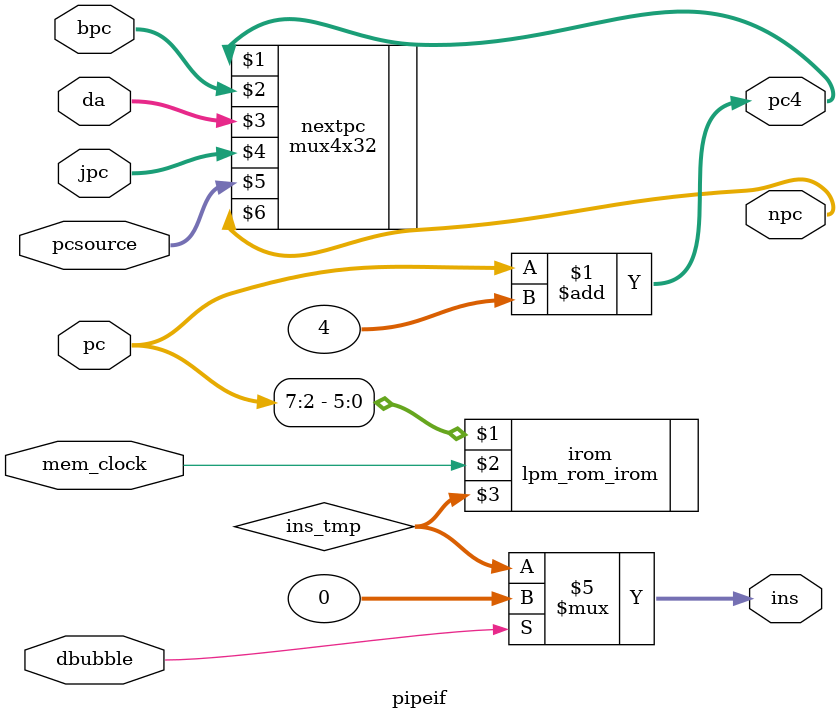
<source format=v>
module pipeif(pcsource,pc,bpc,da,jpc,npc,pc4,ins,mem_clock, dbubble);

	input [1:0] pcsource;
	input mem_clock, dbubble;
	input [31:0] pc, bpc, da, jpc; 
	wire [31:0] ins_tmp;
	
	output [31:0] npc, pc4, ins; // npc: next pc
	wire [31:0] npc, pc4;
	reg [31:0] ins;
	
	mux4x32 nextpc(pc4, bpc, da, jpc, pcsource, npc);
	
	assign pc4 = pc+4;

	lpm_rom_irom irom(pc[7:2], mem_clock, ins_tmp);
	always @(ins_tmp)
	begin
		if (dbubble == 1) ins = 0;
		else ins= ins_tmp;
	end

endmodule

</source>
